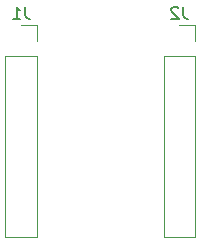
<source format=gbr>
%TF.GenerationSoftware,KiCad,Pcbnew,8.0.4*%
%TF.CreationDate,2024-09-08T17:57:52-03:00*%
%TF.ProjectId,PCBWay-Module_TB67H450FNG,50434257-6179-42d4-9d6f-64756c655f54,rev?*%
%TF.SameCoordinates,Original*%
%TF.FileFunction,Legend,Bot*%
%TF.FilePolarity,Positive*%
%FSLAX46Y46*%
G04 Gerber Fmt 4.6, Leading zero omitted, Abs format (unit mm)*
G04 Created by KiCad (PCBNEW 8.0.4) date 2024-09-08 17:57:52*
%MOMM*%
%LPD*%
G01*
G04 APERTURE LIST*
%ADD10C,0.150000*%
%ADD11C,0.120000*%
G04 APERTURE END LIST*
D10*
X119373333Y-101234819D02*
X119373333Y-101949104D01*
X119373333Y-101949104D02*
X119420952Y-102091961D01*
X119420952Y-102091961D02*
X119516190Y-102187200D01*
X119516190Y-102187200D02*
X119659047Y-102234819D01*
X119659047Y-102234819D02*
X119754285Y-102234819D01*
X118944761Y-101330057D02*
X118897142Y-101282438D01*
X118897142Y-101282438D02*
X118801904Y-101234819D01*
X118801904Y-101234819D02*
X118563809Y-101234819D01*
X118563809Y-101234819D02*
X118468571Y-101282438D01*
X118468571Y-101282438D02*
X118420952Y-101330057D01*
X118420952Y-101330057D02*
X118373333Y-101425295D01*
X118373333Y-101425295D02*
X118373333Y-101520533D01*
X118373333Y-101520533D02*
X118420952Y-101663390D01*
X118420952Y-101663390D02*
X118992380Y-102234819D01*
X118992380Y-102234819D02*
X118373333Y-102234819D01*
X105983333Y-101234819D02*
X105983333Y-101949104D01*
X105983333Y-101949104D02*
X106030952Y-102091961D01*
X106030952Y-102091961D02*
X106126190Y-102187200D01*
X106126190Y-102187200D02*
X106269047Y-102234819D01*
X106269047Y-102234819D02*
X106364285Y-102234819D01*
X104983333Y-102234819D02*
X105554761Y-102234819D01*
X105269047Y-102234819D02*
X105269047Y-101234819D01*
X105269047Y-101234819D02*
X105364285Y-101377676D01*
X105364285Y-101377676D02*
X105459523Y-101472914D01*
X105459523Y-101472914D02*
X105554761Y-101520533D01*
D11*
%TO.C,J2*%
X117710000Y-105380000D02*
X120370000Y-105380000D01*
X117710000Y-120680000D02*
X117710000Y-105380000D01*
X117710000Y-120680000D02*
X120370000Y-120680000D01*
X119040000Y-102780000D02*
X120370000Y-102780000D01*
X120370000Y-102780000D02*
X120370000Y-104110000D01*
X120370000Y-120680000D02*
X120370000Y-105380000D01*
%TO.C,J1*%
X104320000Y-105380000D02*
X106980000Y-105380000D01*
X104320000Y-120680000D02*
X104320000Y-105380000D01*
X104320000Y-120680000D02*
X106980000Y-120680000D01*
X105650000Y-102780000D02*
X106980000Y-102780000D01*
X106980000Y-102780000D02*
X106980000Y-104110000D01*
X106980000Y-120680000D02*
X106980000Y-105380000D01*
%TD*%
M02*

</source>
